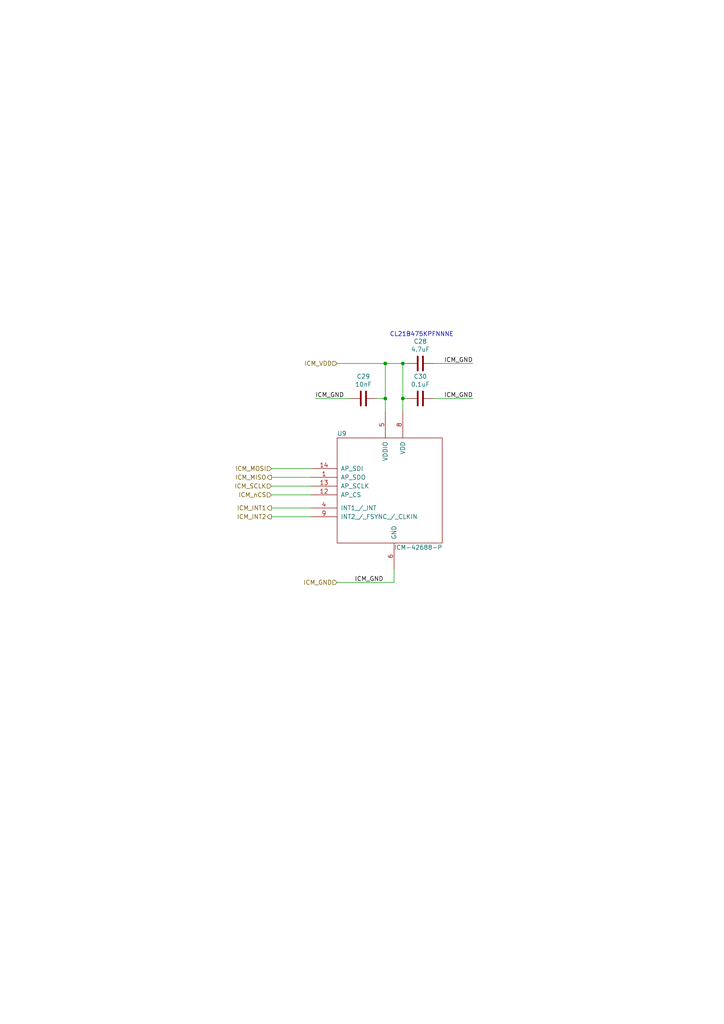
<source format=kicad_sch>
(kicad_sch (version 20230121) (generator eeschema)
  (paper "A4" portrait)
  (title_block (title "RasPi Zero NAV Hat") (date "2022-10-12") (rev "0.1") (company "chipiki.ru") (comment 1 "RasPi Zero NAV Hat") (comment 2 "Denis Tsekh"))
  (lib_symbols
    (symbol "Device:C" (pin_numbers hide) (pin_names (offset 0.254))
      (property "Reference" "C" (at 0.635 2.54 0))
      (property "Value" "C" (at 0.635 -2.54 0))
      (symbol "C_0_1"
        (polyline (pts (xy -2.032 -0.762) (xy 2.032 -0.762)) (stroke (width 0.508)))
        (polyline (pts (xy -2.032 0.762) (xy 2.032 0.762)) (stroke (width 0.508)))
      )
      (symbol "C_1_1"
        (pin passive line (at 0 3.81 270) (length 2.794) (name "~") (number "1"))
        (pin passive line (at 0 -3.81 90) (length 2.794) (name "~") (number "2"))
      )
    )
    (symbol "ICM-42688-P:ICM-42688-P" (pin_names (offset 1.016))
      (property "Reference" "U" (at -15.24 16.51 0))
      (property "Value" "ICM-42688-P" (at 10.16 -16.51 0))
      (symbol "ICM-42688-P_0_1"
        (rectangle (start -16.51 15.24) (end 13.97 -15.24))
      )
      (symbol "ICM-42688-P_1_1"
        (pin output line (at -24.13 3.81 0) (length 7.62) (name "AP_SDO") (number "1"))
        (pin no_connect line (at 2.54 -22.86 90) (length 7.62) hide (name "RESV") (number "10"))
        (pin no_connect line (at 2.54 -22.86 90) (length 7.62) hide (name "RESV") (number "11"))
        (pin input line (at -24.13 -1.27 0) (length 7.62) (name "AP_CS") (number "12"))
        (pin input line (at -24.13 1.27 0) (length 7.62) (name "AP_SCLK") (number "13"))
        (pin input line (at -24.13 6.35 0) (length 7.62) (name "AP_SDI") (number "14"))
        (pin no_connect line (at 2.54 -22.86 90) (length 7.62) hide (name "RESV") (number "2"))
        (pin no_connect line (at 2.54 -22.86 90) (length 7.62) hide (name "RESV") (number "3"))
        (pin output line (at -24.13 -5.08 0) (length 7.62) (name "INT1_/_INT") (number "4"))
        (pin power_in line (at -2.54 22.86 270) (length 7.62) (name "VDDIO") (number "5"))
        (pin power_in line (at 0 -22.86 90) (length 7.62) (name "GND") (number "6"))
        (pin no_connect line (at 2.54 -22.86 90) (length 7.62) hide (name "RESV") (number "7"))
        (pin power_in line (at 2.54 22.86 270) (length 7.62) (name "VDD") (number "8"))
        (pin bidirectional line (at -24.13 -7.62 0) (length 7.62) (name "INT2_/_FSYNC_/_CLKIN") (number "9"))
      )
    )
  )
  (junction (at 116.84 115.57))
  (junction (at 111.76 105.41))
  (junction (at 116.84 105.41))
  (junction (at 111.76 115.57))
  (wire (pts (xy 118.11 105.41) (xy 116.84 105.41)))
  (wire (pts (xy 116.84 115.57) (xy 116.84 119.38)))
  (wire (pts (xy 90.17 138.43) (xy 78.74 138.43)))
  (wire (pts (xy 90.17 147.32) (xy 78.74 147.32)))
  (wire (pts (xy 125.73 105.41) (xy 137.16 105.41)))
  (wire (pts (xy 118.11 115.57) (xy 116.84 115.57)))
  (wire (pts (xy 101.6 115.57) (xy 91.44 115.57)))
  (wire (pts (xy 111.76 105.41) (xy 97.79 105.41)))
  (wire (pts (xy 114.3 165.1) (xy 114.3 168.91)))
  (wire (pts (xy 109.22 115.57) (xy 111.76 115.57)))
  (wire (pts (xy 90.17 135.89) (xy 78.74 135.89)))
  (wire (pts (xy 90.17 149.86) (xy 78.74 149.86)))
  (wire (pts (xy 114.3 168.91) (xy 97.79 168.91)))
  (wire (pts (xy 111.76 115.57) (xy 111.76 119.38)))
  (wire (pts (xy 111.76 105.41) (xy 116.84 105.41)))
  (wire (pts (xy 125.73 115.57) (xy 137.16 115.57)))
  (wire (pts (xy 111.76 115.57) (xy 111.76 105.41)))
  (wire (pts (xy 116.84 105.41) (xy 116.84 115.57)))
  (wire (pts (xy 90.17 140.97) (xy 78.74 140.97)))
  (wire (pts (xy 90.17 143.51) (xy 78.74 143.51)))
  (text "CL21B475KPFNNNE" (at 113.03 97.79 0) (effects (font (size 1.27 1.27)) (justify left bottom)))
  (label "ICM_GND" (at 91.44 115.57 0))
  (label "ICM_GND" (at 137.16 115.57 180))
  (label "ICM_GND" (at 102.87 168.91 0))
  (label "ICM_GND" (at 137.16 105.41 180))
  (hierarchical_label "ICM_VDD" (shape input) (at 97.79 105.41 180))
  (hierarchical_label "ICM_nCS" (shape input) (at 78.74 143.51 180))
  (hierarchical_label "ICM_MISO" (shape output) (at 78.74 138.43 180))
  (hierarchical_label "ICM_GND" (shape input) (at 97.79 168.91 180))
  (hierarchical_label "ICM_INT1" (shape output) (at 78.74 147.32 180))
  (hierarchical_label "ICM_INT2" (shape output) (at 78.74 149.86 180))
  (hierarchical_label "ICM_SCLK" (shape input) (at 78.74 140.97 180))
  (hierarchical_label "ICM_MOSI" (shape input) (at 78.74 135.89 180))
  (symbol (lib_id "ICM-42688-P:ICM-42688-P") (at 114.3 142.24 0) (unit 1)
    (property "Reference" "U9" (at 97.79 125.73 0) (effects (justify left)))
    (property "Value" "ICM-42688-P" (at 114.3 158.75 0) (effects (justify left)))
    (property "Footprint" "Package_LGA:LGA-14_3x2.5mm_P0.5mm_LayoutBorder3x4y" (effects hide))
    (property "Datasheet" "http://invensense.tdk.com/wp-content/uploads/2020/04/DS-000347-ICM-42688-P-v1.2.pdf" (effects hide))
  )
  (symbol (lib_id "Device:C") (at 105.41 115.57 270) (unit 1)
    (property "Reference" "C29" (at 105.41 109.1692 90))
    (property "Value" "10nF" (at 105.41 111.4806 90))
    (property "Footprint" "Capacitor_SMD:C_0603_1608Metric" (effects hide))
  )
  (symbol (lib_id "Device:C") (at 121.92 115.57 90) (unit 1)
    (property "Reference" "C30" (at 121.92 109.1692 90))
    (property "Value" "0.1uF" (at 121.92 111.4806 90))
    (property "Footprint" "Capacitor_SMD:C_0603_1608Metric" (effects hide))
  )
  (symbol (lib_id "Device:C") (at 121.92 105.41 90) (unit 1)
    (property "Reference" "C28" (at 121.92 99.0092 90))
    (property "Value" "4.7uF" (at 121.92 101.3206 90))
    (property "Footprint" "Capacitor_SMD:C_0805_2012Metric" (effects hide))
  )
)
</source>
